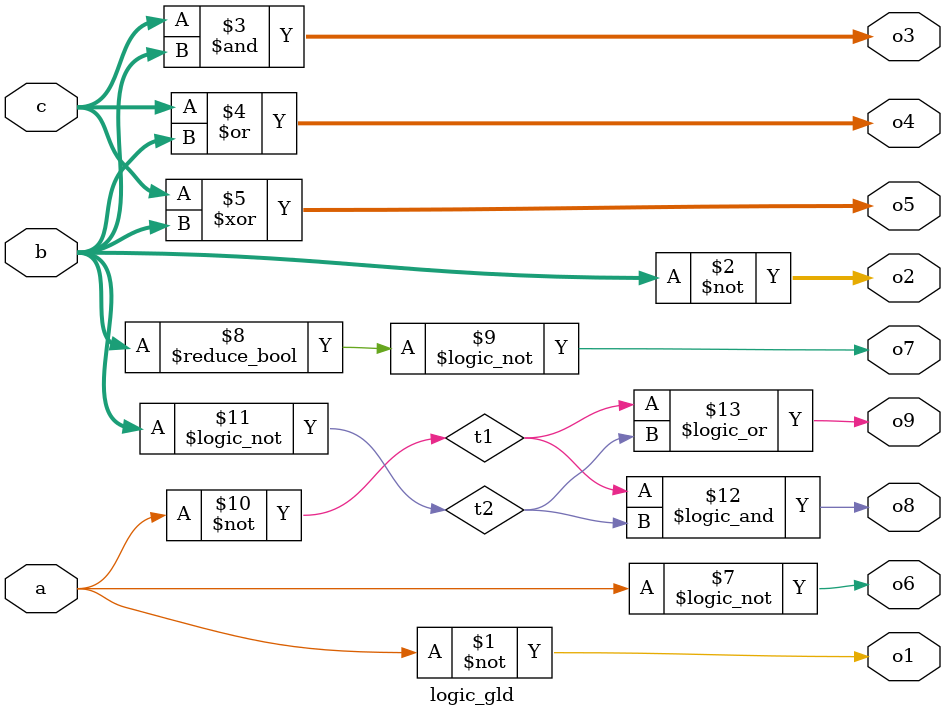
<source format=v>
module logic_gld (
  input        a,
  input  [2:0] b,
  input  [2:0] c,
  output       o1,
  output [2:0] o2,
  output [2:0] o3,
  output [2:0] o4,
  output [2:0] o5,
  output       o6,
  output       o7,
  output       o8,
  output       o9
);

assign o1 = ~a;
assign o2 = ~b;
assign o3 = c & b;
assign o4 = c | b;
assign o5 = c ^ b;
assign o6 = !(a != 0) ; // o6 = !a
assign o7 = !(b != 0) ; // o7 = !b
wire   t1 = a == 0;
wire   t2 = b == 0;
assign o8 = t1 && t2;
assign o9 = t1 || t2;

endmodule 

</source>
